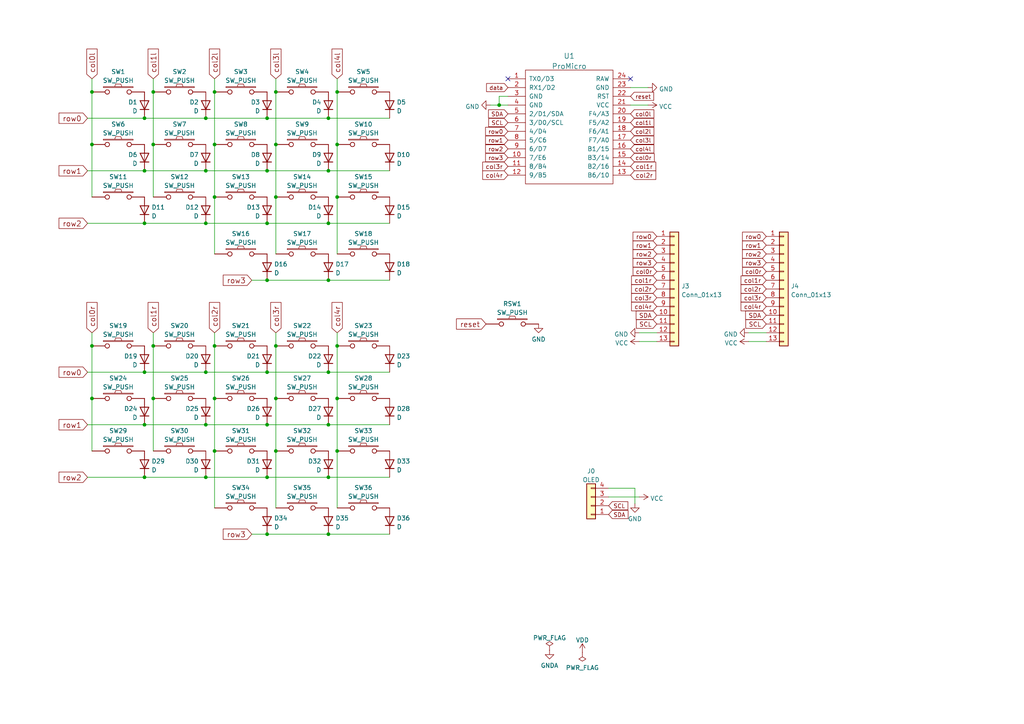
<source format=kicad_sch>
(kicad_sch (version 20211123) (generator eeschema)
  (paper "A4")
  (title_block (title "Unicorne Wired") (date "2022-05-07") (rev "1.0") (company "Namnlos Ergonomic Keyboards") (comment 1 "Jan Lindblom") (comment 2 "jan@namnlos.io"))
  (lib_symbols
    (symbol "Connector_Generic:Conn_01x04" (pin_names (offset 1.016) hide)
      (property "Reference" "J" (at 0 5.08 0))
      (property "Value" "Conn_01x04" (at 0 -7.62 0))
      (symbol "Conn_01x04_1_1"
        (rectangle (start -1.27 -4.953) (end 0 -5.207) (stroke (width 0.1524)))
        (rectangle (start -1.27 -2.413) (end 0 -2.667) (stroke (width 0.1524)))
        (rectangle (start -1.27 0.127) (end 0 -0.127) (stroke (width 0.1524)))
        (rectangle (start -1.27 2.667) (end 0 2.413) (stroke (width 0.1524)))
        (rectangle (start -1.27 3.81) (end 1.27 -6.35) (stroke (width 0.254)) (fill (type background)))
        (pin passive line (at -5.08 2.54 0) (length 3.81) (name "Pin_1") (number "1"))
        (pin passive line (at -5.08 0 0) (length 3.81) (name "Pin_2") (number "2"))
        (pin passive line (at -5.08 -2.54 0) (length 3.81) (name "Pin_3") (number "3"))
        (pin passive line (at -5.08 -5.08 0) (length 3.81) (name "Pin_4") (number "4"))
      )
    )
    (symbol "Connector_Generic:Conn_01x13" (pin_names (offset 1.016) hide)
      (property "Reference" "J" (at 0 17.78 0))
      (property "Value" "Conn_01x13" (at 0 -17.78 0))
      (symbol "Conn_01x13_1_1"
        (rectangle (start -1.27 -15.113) (end 0 -15.367) (stroke (width 0.1524)))
        (rectangle (start -1.27 -12.573) (end 0 -12.827) (stroke (width 0.1524)))
        (rectangle (start -1.27 -10.033) (end 0 -10.287) (stroke (width 0.1524)))
        (rectangle (start -1.27 -7.493) (end 0 -7.747) (stroke (width 0.1524)))
        (rectangle (start -1.27 -4.953) (end 0 -5.207) (stroke (width 0.1524)))
        (rectangle (start -1.27 -2.413) (end 0 -2.667) (stroke (width 0.1524)))
        (rectangle (start -1.27 0.127) (end 0 -0.127) (stroke (width 0.1524)))
        (rectangle (start -1.27 2.667) (end 0 2.413) (stroke (width 0.1524)))
        (rectangle (start -1.27 5.207) (end 0 4.953) (stroke (width 0.1524)))
        (rectangle (start -1.27 7.747) (end 0 7.493) (stroke (width 0.1524)))
        (rectangle (start -1.27 10.287) (end 0 10.033) (stroke (width 0.1524)))
        (rectangle (start -1.27 12.827) (end 0 12.573) (stroke (width 0.1524)))
        (rectangle (start -1.27 15.367) (end 0 15.113) (stroke (width 0.1524)))
        (rectangle (start -1.27 16.51) (end 1.27 -16.51) (stroke (width 0.254)) (fill (type background)))
        (pin passive line (at -5.08 15.24 0) (length 3.81) (name "Pin_1") (number "1"))
        (pin passive line (at -5.08 -7.62 0) (length 3.81) (name "Pin_10") (number "10"))
        (pin passive line (at -5.08 -10.16 0) (length 3.81) (name "Pin_11") (number "11"))
        (pin passive line (at -5.08 -12.7 0) (length 3.81) (name "Pin_12") (number "12"))
        (pin passive line (at -5.08 -15.24 0) (length 3.81) (name "Pin_13") (number "13"))
        (pin passive line (at -5.08 12.7 0) (length 3.81) (name "Pin_2") (number "2"))
        (pin passive line (at -5.08 10.16 0) (length 3.81) (name "Pin_3") (number "3"))
        (pin passive line (at -5.08 7.62 0) (length 3.81) (name "Pin_4") (number "4"))
        (pin passive line (at -5.08 5.08 0) (length 3.81) (name "Pin_5") (number "5"))
        (pin passive line (at -5.08 2.54 0) (length 3.81) (name "Pin_6") (number "6"))
        (pin passive line (at -5.08 0 0) (length 3.81) (name "Pin_7") (number "7"))
        (pin passive line (at -5.08 -2.54 0) (length 3.81) (name "Pin_8") (number "8"))
        (pin passive line (at -5.08 -5.08 0) (length 3.81) (name "Pin_9") (number "9"))
      )
    )
    (symbol "Device:D" (pin_numbers hide) (pin_names (offset 1.016) hide)
      (property "Reference" "D" (at 0 2.54 0))
      (property "Value" "D" (at 0 -2.54 0))
      (symbol "D_0_1"
        (polyline (pts (xy -1.27 1.27) (xy -1.27 -1.27)) (stroke (width 0.254)))
        (polyline (pts (xy 1.27 0) (xy -1.27 0)))
        (polyline (pts (xy 1.27 1.27) (xy 1.27 -1.27) (xy -1.27 0) (xy 1.27 1.27)) (stroke (width 0.254)))
      )
      (symbol "D_1_1"
        (pin passive line (at -3.81 0 0) (length 2.54) (name "K") (number "1"))
        (pin passive line (at 3.81 0 180) (length 2.54) (name "A") (number "2"))
      )
    )
    (symbol "gnd:GND" (power) (pin_names (offset 0))
      (property "Value" "GND" (at 0 -3.81 0))
      (symbol "GND_1_1"
        (polyline (pts (xy 0 0) (xy 0 -1.27) (xy 1.27 -1.27) (xy 0 -2.54) (xy -1.27 -1.27) (xy 0 -1.27)))
        (pin power_in line (at 0 0 0) (length 0) hide (name "GND") (number "1"))
      )
    )
    (symbol "kbd:ProMicro" (pin_names (offset 1.016))
      (property "Reference" "U" (at 0 19.05 0))
      (property "Value" "ProMicro" (at 0 -19.05 0))
      (symbol "ProMicro_0_1"
        (rectangle (start -12.7 16.51) (end 12.7 -16.51))
      )
      (symbol "ProMicro_1_1"
        (pin bidirectional line (at -17.78 13.97 0) (length 5.08) (name "TX0/D3") (number "1"))
        (pin bidirectional line (at -17.78 -8.89 0) (length 5.08) (name "7/E6") (number "10"))
        (pin bidirectional line (at -17.78 -11.43 0) (length 5.08) (name "8/B4") (number "11"))
        (pin bidirectional line (at -17.78 -13.97 0) (length 5.08) (name "9/B5") (number "12"))
        (pin bidirectional line (at 17.78 -13.97 180) (length 5.08) (name "B6/10") (number "13"))
        (pin bidirectional line (at 17.78 -11.43 180) (length 5.08) (name "B2/16") (number "14"))
        (pin bidirectional line (at 17.78 -8.89 180) (length 5.08) (name "B3/14") (number "15"))
        (pin bidirectional line (at 17.78 -6.35 180) (length 5.08) (name "B1/15") (number "16"))
        (pin bidirectional line (at 17.78 -3.81 180) (length 5.08) (name "F7/A0") (number "17"))
        (pin bidirectional line (at 17.78 -1.27 180) (length 5.08) (name "F6/A1") (number "18"))
        (pin bidirectional line (at 17.78 1.27 180) (length 5.08) (name "F5/A2") (number "19"))
        (pin bidirectional line (at -17.78 11.43 0) (length 5.08) (name "RX1/D2") (number "2"))
        (pin bidirectional line (at 17.78 3.81 180) (length 5.08) (name "F4/A3") (number "20"))
        (pin power_in line (at 17.78 6.35 180) (length 5.08) (name "VCC") (number "21"))
        (pin input line (at 17.78 8.89 180) (length 5.08) (name "RST") (number "22"))
        (pin power_in line (at 17.78 11.43 180) (length 5.08) (name "GND") (number "23"))
        (pin power_out line (at 17.78 13.97 180) (length 5.08) (name "RAW") (number "24"))
        (pin power_in line (at -17.78 8.89 0) (length 5.08) (name "GND") (number "3"))
        (pin power_in line (at -17.78 6.35 0) (length 5.08) (name "GND") (number "4"))
        (pin bidirectional line (at -17.78 3.81 0) (length 5.08) (name "2/D1/SDA") (number "5"))
        (pin bidirectional line (at -17.78 1.27 0) (length 5.08) (name "3/D0/SCL") (number "6"))
        (pin bidirectional line (at -17.78 -1.27 0) (length 5.08) (name "4/D4") (number "7"))
        (pin bidirectional line (at -17.78 -3.81 0) (length 5.08) (name "5/C6") (number "8"))
        (pin bidirectional line (at -17.78 -6.35 0) (length 5.08) (name "6/D7") (number "9"))
      )
    )
    (symbol "kbd:SW_PUSH" (pin_numbers hide) (pin_names (offset 1.016) hide)
      (property "Reference" "SW" (at 3.81 2.794 0))
      (property "Value" "SW_PUSH" (at 0 -2.032 0))
      (symbol "SW_PUSH_0_1"
        (rectangle (start -4.318 1.27) (end 4.318 1.524))
        (polyline (pts (xy -1.016 1.524) (xy -0.762 2.286) (xy 0.762 2.286) (xy 1.016 1.524)))
        (pin passive inverted (at -7.62 0 0) (length 5.08) (name "1") (number "1"))
        (pin passive inverted (at 7.62 0 180) (length 5.08) (name "2") (number "2"))
      )
    )
    (symbol "power:GND" (power) (pin_names (offset 0))
      (property "Value" "GND" (at 0 -3.81 0))
      (symbol "GND_0_1"
        (polyline (pts (xy 0 0) (xy 0 -1.27) (xy 1.27 -1.27) (xy 0 -2.54) (xy -1.27 -1.27) (xy 0 -1.27)))
      )
      (symbol "GND_1_1"
        (pin power_in line (at 0 0 270) (length 0) hide (name "GND") (number "1"))
      )
    )
    (symbol "power:GNDA" (power) (pin_names (offset 0))
      (property "Value" "GNDA" (at 0 -3.81 0))
      (symbol "GNDA_0_1"
        (polyline (pts (xy 0 0) (xy 0 -1.27) (xy 1.27 -1.27) (xy 0 -2.54) (xy -1.27 -1.27) (xy 0 -1.27)))
      )
      (symbol "GNDA_1_1"
        (pin power_in line (at 0 0 270) (length 0) hide (name "GNDA") (number "1"))
      )
    )
    (symbol "power:PWR_FLAG" (power) (pin_numbers hide) (pin_names (offset 0) hide)
      (property "Value" "PWR_FLAG" (at 0 3.81 0))
      (symbol "PWR_FLAG_0_0"
        (pin power_out line (at 0 0 90) (length 0) (name "pwr") (number "1"))
      )
      (symbol "PWR_FLAG_0_1"
        (polyline (pts (xy 0 0) (xy 0 1.27) (xy -1.016 1.905) (xy 0 2.54) (xy 1.016 1.905) (xy 0 1.27)))
      )
    )
    (symbol "power:VCC" (power) (pin_names (offset 0))
      (property "Value" "VCC" (at 0 3.81 0))
      (symbol "VCC_0_1"
        (polyline (pts (xy -0.762 1.27) (xy 0 2.54)))
        (polyline (pts (xy 0 0) (xy 0 2.54)))
        (polyline (pts (xy 0 2.54) (xy 0.762 1.27)))
      )
      (symbol "VCC_1_1"
        (pin power_in line (at 0 0 90) (length 0) hide (name "VCC") (number "1"))
      )
    )
    (symbol "power:VDD" (power) (pin_names (offset 0))
      (property "Value" "VDD" (at 0 3.81 0))
      (symbol "VDD_0_1"
        (polyline (pts (xy -0.762 1.27) (xy 0 2.54)))
        (polyline (pts (xy 0 0) (xy 0 2.54)))
        (polyline (pts (xy 0 2.54) (xy 0.762 1.27)))
      )
      (symbol "VDD_1_1"
        (pin power_in line (at 0 0 90) (length 0) hide (name "VDD") (number "1"))
      )
    )
  )
  (junction (at 77.47 107.95))
  (junction (at 26.67 41.91))
  (junction (at 59.69 34.29))
  (junction (at 62.23 130.81))
  (junction (at 62.23 115.57))
  (junction (at 77.47 49.53))
  (junction (at 77.47 138.43))
  (junction (at 95.25 107.95))
  (junction (at 59.69 49.53))
  (junction (at 26.67 26.67))
  (junction (at 95.25 34.29))
  (junction (at 77.47 34.29))
  (junction (at 44.45 100.33))
  (junction (at 41.91 123.19))
  (junction (at 97.79 115.57))
  (junction (at 62.23 41.91))
  (junction (at 41.91 138.43))
  (junction (at 41.91 49.53))
  (junction (at 26.67 115.57))
  (junction (at 59.69 123.19))
  (junction (at 77.47 64.77))
  (junction (at 95.25 154.94))
  (junction (at 59.69 64.77))
  (junction (at 144.78 30.48))
  (junction (at 80.01 115.57))
  (junction (at 95.25 123.19))
  (junction (at 59.69 107.95))
  (junction (at 80.01 26.67))
  (junction (at 44.45 41.91))
  (junction (at 97.79 100.33))
  (junction (at 41.91 107.95))
  (junction (at 62.23 57.15))
  (junction (at 62.23 100.33))
  (junction (at 44.45 26.67))
  (junction (at 59.69 138.43))
  (junction (at 80.01 130.81))
  (junction (at 41.91 64.77))
  (junction (at 62.23 26.67))
  (junction (at 97.79 41.91))
  (junction (at 97.79 26.67))
  (junction (at 95.25 49.53))
  (junction (at 77.47 81.28))
  (junction (at 80.01 41.91))
  (junction (at 77.47 123.19))
  (junction (at 97.79 57.15))
  (junction (at 95.25 81.28))
  (junction (at 44.45 115.57))
  (junction (at 95.25 138.43))
  (junction (at 26.67 100.33))
  (junction (at 77.47 154.94))
  (junction (at 80.01 100.33))
  (junction (at 80.01 57.15))
  (junction (at 97.79 130.81))
  (junction (at 41.91 34.29))
  (junction (at 95.25 64.77))
  (no_connect (at 147.32 22.86))
  (no_connect (at 6.35 -20.955))
  (no_connect (at 182.88 22.86))
  (wire (pts (xy 25.4 34.29) (xy 41.91 34.29)))
  (wire (pts (xy 44.45 22.86) (xy 44.45 26.67)))
  (wire (pts (xy 80.01 115.57) (xy 80.01 130.81)))
  (wire (pts (xy 95.25 64.77) (xy 113.03 64.77)))
  (wire (pts (xy 59.69 64.77) (xy 77.47 64.77)))
  (wire (pts (xy 44.45 115.57) (xy 44.45 130.81)))
  (wire (pts (xy 95.25 34.29) (xy 113.03 34.29)))
  (wire (pts (xy 80.01 41.91) (xy 80.01 57.15)))
  (wire (pts (xy 77.47 123.19) (xy 95.25 123.19)))
  (wire (pts (xy 182.88 25.4) (xy 187.96 25.4)))
  (wire (pts (xy 41.91 107.95) (xy 59.69 107.95)))
  (wire (pts (xy 26.67 22.86) (xy 26.67 26.67)))
  (wire (pts (xy 95.25 123.19) (xy 113.03 123.19)))
  (wire (pts (xy 62.23 57.15) (xy 62.23 73.66)))
  (wire (pts (xy 59.69 34.29) (xy 77.47 34.29)))
  (wire (pts (xy 95.25 154.94) (xy 113.03 154.94)))
  (wire (pts (xy 59.69 107.95) (xy 77.47 107.95)))
  (wire (pts (xy 97.79 26.67) (xy 97.79 41.91)))
  (wire (pts (xy 62.23 100.33) (xy 62.23 115.57)))
  (wire (pts (xy 73.025 154.94) (xy 77.47 154.94)))
  (wire (pts (xy 25.4 107.95) (xy 41.91 107.95)))
  (wire (pts (xy 144.78 27.94) (xy 144.78 30.48)))
  (wire (pts (xy 80.01 26.67) (xy 80.01 41.91)))
  (wire (pts (xy 62.23 26.67) (xy 62.23 41.91)))
  (wire (pts (xy 41.91 123.19) (xy 59.69 123.19)))
  (wire (pts (xy 26.67 100.33) (xy 26.67 115.57)))
  (wire (pts (xy 73.025 81.28) (xy 77.47 81.28)))
  (wire (pts (xy 26.67 41.91) (xy 26.67 57.15)))
  (wire (pts (xy 77.47 138.43) (xy 95.25 138.43)))
  (wire (pts (xy 97.79 115.57) (xy 97.79 130.81)))
  (wire (pts (xy 26.67 115.57) (xy 26.67 130.81)))
  (wire (pts (xy 26.67 26.67) (xy 26.67 41.91)))
  (wire (pts (xy 184.15 141.605) (xy 176.53 141.605)))
  (wire (pts (xy 77.47 49.53) (xy 95.25 49.53)))
  (wire (pts (xy 59.69 138.43) (xy 77.47 138.43)))
  (wire (pts (xy 97.79 100.33) (xy 97.79 115.57)))
  (wire (pts (xy 182.88 30.48) (xy 187.96 30.48)))
  (wire (pts (xy 77.47 64.77) (xy 95.25 64.77)))
  (wire (pts (xy 25.4 49.53) (xy 41.91 49.53)))
  (wire (pts (xy 77.47 154.94) (xy 95.25 154.94)))
  (wire (pts (xy 62.23 130.81) (xy 62.23 147.32)))
  (wire (pts (xy 97.79 96.52) (xy 97.79 100.33)))
  (wire (pts (xy 144.78 30.48) (xy 147.32 30.48)))
  (wire (pts (xy 142.24 30.48) (xy 144.78 30.48)))
  (wire (pts (xy 26.67 96.52) (xy 26.67 100.33)))
  (wire (pts (xy 80.01 130.81) (xy 80.01 147.32)))
  (wire (pts (xy 62.23 115.57) (xy 62.23 130.81)))
  (wire (pts (xy 95.25 107.95) (xy 113.03 107.95)))
  (wire (pts (xy 95.25 138.43) (xy 113.03 138.43)))
  (wire (pts (xy 59.69 123.19) (xy 77.47 123.19)))
  (wire (pts (xy 25.4 123.19) (xy 41.91 123.19)))
  (wire (pts (xy 80.01 100.33) (xy 80.01 115.57)))
  (wire (pts (xy 41.91 64.77) (xy 59.69 64.77)))
  (wire (pts (xy 185.42 96.52) (xy 190.5 96.52)))
  (wire (pts (xy 62.23 22.86) (xy 62.23 26.67)))
  (wire (pts (xy 44.45 41.91) (xy 44.45 57.15)))
  (wire (pts (xy 97.79 130.81) (xy 97.79 147.32)))
  (wire (pts (xy 217.17 96.52) (xy 222.25 96.52)))
  (wire (pts (xy 77.47 107.95) (xy 95.25 107.95)))
  (wire (pts (xy 217.17 99.06) (xy 222.25 99.06)))
  (wire (pts (xy 25.4 64.77) (xy 41.91 64.77)))
  (wire (pts (xy 41.91 49.53) (xy 59.69 49.53)))
  (wire (pts (xy 80.01 57.15) (xy 80.01 73.66)))
  (wire (pts (xy 80.01 96.52) (xy 80.01 100.33)))
  (wire (pts (xy 77.47 81.28) (xy 95.25 81.28)))
  (wire (pts (xy 44.45 96.52) (xy 44.45 100.33)))
  (wire (pts (xy 62.23 41.91) (xy 62.23 57.15)))
  (wire (pts (xy 80.01 22.86) (xy 80.01 26.67)))
  (wire (pts (xy 185.42 99.06) (xy 190.5 99.06)))
  (wire (pts (xy 97.79 22.86) (xy 97.79 26.67)))
  (wire (pts (xy 97.79 57.15) (xy 97.79 73.66)))
  (wire (pts (xy 62.23 96.52) (xy 62.23 100.33)))
  (wire (pts (xy 25.4 138.43) (xy 41.91 138.43)))
  (wire (pts (xy 95.25 49.53) (xy 113.03 49.53)))
  (wire (pts (xy 44.45 100.33) (xy 44.45 115.57)))
  (wire (pts (xy 41.91 34.29) (xy 59.69 34.29)))
  (wire (pts (xy 41.91 138.43) (xy 59.69 138.43)))
  (wire (pts (xy 176.53 144.145) (xy 185.42 144.145)))
  (wire (pts (xy 184.15 146.05) (xy 184.15 141.605)))
  (wire (pts (xy 95.25 81.28) (xy 113.03 81.28)))
  (wire (pts (xy 44.45 26.67) (xy 44.45 41.91)))
  (wire (pts (xy 147.32 27.94) (xy 144.78 27.94)))
  (wire (pts (xy 97.79 41.91) (xy 97.79 57.15)))
  (wire (pts (xy 59.69 49.53) (xy 77.47 49.53)))
  (wire (pts (xy 77.47 34.29) (xy 95.25 34.29)))
  (global_label "row0" (shape input) (at 25.4 34.29 180) (effects (font (size 1.524 1.524))) (property "Intersheet References" "${INTERSHEET_REFS}" (effects hide)))
  (global_label "row2" (shape input) (at 25.4 138.43 180) (effects (font (size 1.524 1.524))) (property "Intersheet References" "${INTERSHEET_REFS}" (effects hide)))
  (global_label "col4l" (shape input) (at 97.79 22.86 90) (effects (font (size 1.524 1.524))) (property "Intersheet References" "${INTERSHEET_REFS}" (effects hide)))
  (global_label "col4l" (shape input) (at 182.88 43.18 0) (effects (font (size 1.1938 1.1938))) (property "Intersheet References" "${INTERSHEET_REFS}" (effects hide)))
  (global_label "col2r" (shape input) (at 182.88 50.8 0) (property "Intersheet References" "${INTERSHEET_REFS}" (effects hide)))
  (global_label "col0l" (shape input) (at 26.67 22.86 90) (effects (font (size 1.524 1.524))) (property "Intersheet References" "${INTERSHEET_REFS}" (effects hide)))
  (global_label "col2r" (shape input) (at 222.25 83.82 180) (property "Intersheet References" "${INTERSHEET_REFS}" (effects hide)))
  (global_label "row0" (shape input) (at 222.25 68.58 180) (property "Intersheet References" "${INTERSHEET_REFS}" (effects hide)))
  (global_label "col1l" (shape input) (at 44.45 22.86 90) (effects (font (size 1.524 1.524))) (property "Intersheet References" "${INTERSHEET_REFS}" (effects hide)))
  (global_label "col1r" (shape input) (at 182.88 48.26 0) (property "Intersheet References" "${INTERSHEET_REFS}" (effects hide)))
  (global_label "row1" (shape input) (at 190.5 71.12 180) (property "Intersheet References" "${INTERSHEET_REFS}" (effects hide)))
  (global_label "data" (shape input) (at 147.32 25.4 180) (effects (font (size 1.1938 1.1938))) (property "Intersheet References" "${INTERSHEET_REFS}" (effects hide)))
  (global_label "row0" (shape input) (at 25.4 107.95 180) (effects (font (size 1.524 1.524))) (property "Intersheet References" "${INTERSHEET_REFS}" (effects hide)))
  (global_label "row1" (shape input) (at 25.4 49.53 180) (effects (font (size 1.524 1.524))) (property "Intersheet References" "${INTERSHEET_REFS}" (effects hide)))
  (global_label "row2" (shape input) (at 190.5 73.66 180) (property "Intersheet References" "${INTERSHEET_REFS}" (effects hide)))
  (global_label "col4r" (shape input) (at 222.25 88.9 180) (property "Intersheet References" "${INTERSHEET_REFS}" (effects hide)))
  (global_label "SCL" (shape input) (at 222.25 93.98 180) (property "Intersheet References" "${INTERSHEET_REFS}" (effects hide)))
  (global_label "col3r" (shape input) (at 147.32 48.26 180) (property "Intersheet References" "${INTERSHEET_REFS}" (effects hide)))
  (global_label "col1l" (shape input) (at 182.88 35.56 0) (effects (font (size 1.1938 1.1938))) (property "Intersheet References" "${INTERSHEET_REFS}" (effects hide)))
  (global_label "col0r" (shape input) (at 26.67 96.52 90) (effects (font (size 1.524 1.524))) (property "Intersheet References" "${INTERSHEET_REFS}" (effects hide)))
  (global_label "row2" (shape input) (at 25.4 64.77 180) (effects (font (size 1.524 1.524))) (property "Intersheet References" "${INTERSHEET_REFS}" (effects hide)))
  (global_label "col0r" (shape input) (at 222.25 78.74 180) (effects (font (size 1.1938 1.1938))) (property "Intersheet References" "${INTERSHEET_REFS}" (effects hide)))
  (global_label "row0" (shape input) (at 147.32 38.1 180) (effects (font (size 1.1938 1.1938))) (property "Intersheet References" "${INTERSHEET_REFS}" (effects hide)))
  (global_label "row0" (shape input) (at 190.5 68.58 180) (property "Intersheet References" "${INTERSHEET_REFS}" (effects hide)))
  (global_label "SDA" (shape input) (at 190.5 91.44 180) (property "Intersheet References" "${INTERSHEET_REFS}" (effects hide)))
  (global_label "row3" (shape input) (at 73.025 154.94 180) (effects (font (size 1.524 1.524))) (property "Intersheet References" "${INTERSHEET_REFS}" (effects hide)))
  (global_label "col4r" (shape input) (at 97.79 96.52 90) (effects (font (size 1.524 1.524))) (property "Intersheet References" "${INTERSHEET_REFS}" (effects hide)))
  (global_label "col1r" (shape input) (at 222.25 81.28 180) (property "Intersheet References" "${INTERSHEET_REFS}" (effects hide)))
  (global_label "col3r" (shape input) (at 222.25 86.36 180) (property "Intersheet References" "${INTERSHEET_REFS}" (effects hide)))
  (global_label "col2l" (shape input) (at 62.23 22.86 90) (effects (font (size 1.524 1.524))) (property "Intersheet References" "${INTERSHEET_REFS}" (effects hide)))
  (global_label "col3r" (shape input) (at 190.5 86.36 180) (property "Intersheet References" "${INTERSHEET_REFS}" (effects hide)))
  (global_label "SCL" (shape input) (at 147.32 35.56 180) (effects (font (size 1.1938 1.1938))) (property "Intersheet References" "${INTERSHEET_REFS}" (effects hide)))
  (global_label "row1" (shape input) (at 147.32 40.64 180) (effects (font (size 1.1938 1.1938))) (property "Intersheet References" "${INTERSHEET_REFS}" (effects hide)))
  (global_label "row1" (shape input) (at 25.4 123.19 180) (effects (font (size 1.524 1.524))) (property "Intersheet References" "${INTERSHEET_REFS}" (effects hide)))
  (global_label "row3" (shape input) (at 147.32 45.72 180) (effects (font (size 1.1938 1.1938))) (property "Intersheet References" "${INTERSHEET_REFS}" (effects hide)))
  (global_label "reset" (shape input) (at 140.97 93.98 180) (effects (font (size 1.524 1.524))) (property "Intersheet References" "${INTERSHEET_REFS}" (effects hide)))
  (global_label "row3" (shape input) (at 222.25 76.2 180) (property "Intersheet References" "${INTERSHEET_REFS}" (effects hide)))
  (global_label "col4r" (shape input) (at 190.5 88.9 180) (property "Intersheet References" "${INTERSHEET_REFS}" (effects hide)))
  (global_label "row2" (shape input) (at 147.32 43.18 180) (effects (font (size 1.1938 1.1938))) (property "Intersheet References" "${INTERSHEET_REFS}" (effects hide)))
  (global_label "col3l" (shape input) (at 80.01 22.86 90) (effects (font (size 1.524 1.524))) (property "Intersheet References" "${INTERSHEET_REFS}" (effects hide)))
  (global_label "col2r" (shape input) (at 62.23 96.52 90) (effects (font (size 1.524 1.524))) (property "Intersheet References" "${INTERSHEET_REFS}" (effects hide)))
  (global_label "SCL" (shape input) (at 190.5 93.98 180) (property "Intersheet References" "${INTERSHEET_REFS}" (effects hide)))
  (global_label "col0r" (shape input) (at 190.5 78.74 180) (effects (font (size 1.1938 1.1938))) (property "Intersheet References" "${INTERSHEET_REFS}" (effects hide)))
  (global_label "reset" (shape input) (at 182.88 27.94 0) (effects (font (size 1.1938 1.1938))) (property "Intersheet References" "${INTERSHEET_REFS}" (effects hide)))
  (global_label "col2l" (shape input) (at 182.88 38.1 0) (effects (font (size 1.1938 1.1938))) (property "Intersheet References" "${INTERSHEET_REFS}" (effects hide)))
  (global_label "SDA" (shape input) (at 222.25 91.44 180) (property "Intersheet References" "${INTERSHEET_REFS}" (effects hide)))
  (global_label "col3l" (shape input) (at 182.88 40.64 0) (effects (font (size 1.1938 1.1938))) (property "Intersheet References" "${INTERSHEET_REFS}" (effects hide)))
  (global_label "row2" (shape input) (at 222.25 73.66 180) (property "Intersheet References" "${INTERSHEET_REFS}" (effects hide)))
  (global_label "col1r" (shape input) (at 44.45 96.52 90) (effects (font (size 1.524 1.524))) (property "Intersheet References" "${INTERSHEET_REFS}" (effects hide)))
  (global_label "row3" (shape input) (at 73.025 81.28 180) (effects (font (size 1.524 1.524))) (property "Intersheet References" "${INTERSHEET_REFS}" (effects hide)))
  (global_label "SDA" (shape input) (at 147.32 33.02 180) (effects (font (size 1.1938 1.1938))) (property "Intersheet References" "${INTERSHEET_REFS}" (effects hide)))
  (global_label "col1r" (shape input) (at 190.5 81.28 180) (property "Intersheet References" "${INTERSHEET_REFS}" (effects hide)))
  (global_label "row1" (shape input) (at 222.25 71.12 180) (property "Intersheet References" "${INTERSHEET_REFS}" (effects hide)))
  (global_label "col0l" (shape input) (at 182.88 33.02 0) (effects (font (size 1.1938 1.1938))) (property "Intersheet References" "${INTERSHEET_REFS}" (effects hide)))
  (global_label "row3" (shape input) (at 190.5 76.2 180) (property "Intersheet References" "${INTERSHEET_REFS}" (effects hide)))
  (global_label "SDA" (shape input) (at 176.53 149.225 0) (effects (font (size 1.1938 1.1938))) (property "Intersheet References" "${INTERSHEET_REFS}" (effects hide)))
  (global_label "col4r" (shape input) (at 147.32 50.8 180) (property "Intersheet References" "${INTERSHEET_REFS}" (effects hide)))
  (global_label "col0r" (shape input) (at 182.88 45.72 0) (effects (font (size 1.1938 1.1938))) (property "Intersheet References" "${INTERSHEET_REFS}" (effects hide)))
  (global_label "SCL" (shape input) (at 176.53 146.685 0) (effects (font (size 1.1938 1.1938))) (property "Intersheet References" "${INTERSHEET_REFS}" (effects hide)))
  (global_label "col3r" (shape input) (at 80.01 96.52 90) (effects (font (size 1.524 1.524))) (property "Intersheet References" "${INTERSHEET_REFS}" (effects hide)))
  (global_label "col2r" (shape input) (at 190.5 83.82 180) (property "Intersheet References" "${INTERSHEET_REFS}" (effects hide)))
  (symbol (lib_id "kbd:ProMicro") (at 165.1 36.83 0) (unit 1)
    (property "Reference" "U1" (at 165.1 16.2359 0) (effects (font (size 1.524 1.524))))
    (property "Value" "ProMicro" (at 165.1 19.2293 0) (effects (font (size 1.524 1.524))))
    (property "Footprint" "kbd:ProMicro_v3" (effects hide))
  )
  (symbol (lib_id "kbd:SW_PUSH") (at 52.07 26.67 0) (unit 1)
    (property "Reference" "SW2" (at 52.07 20.8112 0))
    (property "Value" "SW_PUSH" (at 52.07 23.3481 0))
    (property "Footprint" "kbd:keyswitch_cherrymx_alps_choc12_1u" (effects hide))
  )
  (symbol (lib_id "Device:D") (at 59.69 30.48 90) (unit 1)
    (property "Reference" "D2" (at 57.6581 29.6453 90) (effects (justify left)))
    (property "Value" "D" (at 57.6581 32.1822 90) (effects (justify left)))
    (property "Footprint" "kbd:D3_TH" (effects hide))
  )
  (symbol (lib_id "kbd:SW_PUSH") (at 69.85 26.67 0) (unit 1)
    (property "Reference" "SW3" (at 69.85 20.8112 0))
    (property "Value" "SW_PUSH" (at 69.85 23.3481 0))
    (property "Footprint" "kbd:keyswitch_cherrymx_alps_choc12_1u" (effects hide))
  )
  (symbol (lib_id "Device:D") (at 77.47 30.48 90) (unit 1)
    (property "Reference" "D3" (at 75.4381 29.6453 90) (effects (justify left)))
    (property "Value" "D" (at 75.4381 32.1822 90) (effects (justify left)))
    (property "Footprint" "kbd:D3_TH" (effects hide))
  )
  (symbol (lib_id "kbd:SW_PUSH") (at 87.63 26.67 0) (unit 1)
    (property "Reference" "SW4" (at 87.63 20.8112 0))
    (property "Value" "SW_PUSH" (at 87.63 23.3481 0))
    (property "Footprint" "kbd:keyswitch_cherrymx_alps_choc12_1u" (effects hide))
  )
  (symbol (lib_id "kbd:SW_PUSH") (at 105.41 26.67 0) (unit 1)
    (property "Reference" "SW5" (at 105.41 20.8112 0))
    (property "Value" "SW_PUSH" (at 105.41 23.3481 0))
    (property "Footprint" "kbd:keyswitch_cherrymx_alps_choc12_1u" (effects hide))
  )
  (symbol (lib_id "Device:D") (at 95.25 30.48 90) (unit 1)
    (property "Reference" "D4" (at 93.2181 29.6453 90) (effects (justify left)))
    (property "Value" "D" (at 93.2181 32.1822 90) (effects (justify left)))
    (property "Footprint" "kbd:D3_TH" (effects hide))
  )
  (symbol (lib_id "Device:D") (at 113.03 30.48 90) (unit 1)
    (property "Reference" "D5" (at 115.062 29.6453 90) (effects (justify right)))
    (property "Value" "D" (at 115.062 32.1822 90) (effects (justify right)))
    (property "Footprint" "kbd:D3_TH" (effects hide))
  )
  (symbol (lib_id "kbd:SW_PUSH") (at 34.29 26.67 0) (unit 1)
    (property "Reference" "SW1" (at 34.29 20.8112 0))
    (property "Value" "SW_PUSH" (at 34.29 23.3481 0))
    (property "Footprint" "kbd:keyswitch_cherrymx_alps_choc12_1u" (effects hide))
  )
  (symbol (lib_id "Device:D") (at 41.91 30.48 90) (unit 1)
    (property "Reference" "D1" (at 39.8781 29.6453 90) (effects (justify left)))
    (property "Value" "D" (at 39.8781 32.1822 90) (effects (justify left)))
    (property "Footprint" "kbd:D3_TH" (effects hide))
  )
  (symbol (lib_id "kbd:SW_PUSH") (at 52.07 41.91 0) (unit 1)
    (property "Reference" "SW7" (at 52.07 36.0512 0))
    (property "Value" "SW_PUSH" (at 52.07 38.5881 0))
    (property "Footprint" "kbd:keyswitch_cherrymx_alps_choc12_1u" (effects hide))
  )
  (symbol (lib_id "Device:D") (at 59.69 45.72 90) (unit 1)
    (property "Reference" "D7" (at 57.6581 44.8853 90) (effects (justify left)))
    (property "Value" "D" (at 57.6581 47.4222 90) (effects (justify left)))
    (property "Footprint" "kbd:D3_TH" (effects hide))
  )
  (symbol (lib_id "kbd:SW_PUSH") (at 69.85 41.91 0) (unit 1)
    (property "Reference" "SW8" (at 69.85 36.0512 0))
    (property "Value" "SW_PUSH" (at 69.85 38.5881 0))
    (property "Footprint" "kbd:keyswitch_cherrymx_alps_choc12_1u" (effects hide))
  )
  (symbol (lib_id "Device:D") (at 77.47 45.72 90) (unit 1)
    (property "Reference" "D8" (at 75.4381 44.8853 90) (effects (justify left)))
    (property "Value" "D" (at 75.4381 47.4222 90) (effects (justify left)))
    (property "Footprint" "kbd:D3_TH" (effects hide))
  )
  (symbol (lib_id "kbd:SW_PUSH") (at 87.63 41.91 0) (unit 1)
    (property "Reference" "SW9" (at 87.63 36.0512 0))
    (property "Value" "SW_PUSH" (at 87.63 38.5881 0))
    (property "Footprint" "kbd:keyswitch_cherrymx_alps_choc12_1u" (effects hide))
  )
  (symbol (lib_id "kbd:SW_PUSH") (at 105.41 41.91 0) (unit 1)
    (property "Reference" "SW10" (at 105.41 36.0512 0))
    (property "Value" "SW_PUSH" (at 105.41 38.5881 0))
    (property "Footprint" "kbd:keyswitch_cherrymx_alps_choc12_1u" (effects hide))
  )
  (symbol (lib_id "Device:D") (at 95.25 45.72 90) (unit 1)
    (property "Reference" "D9" (at 93.2181 44.8853 90) (effects (justify left)))
    (property "Value" "D" (at 93.2181 47.4222 90) (effects (justify left)))
    (property "Footprint" "kbd:D3_TH" (effects hide))
  )
  (symbol (lib_id "Device:D") (at 113.03 45.72 90) (unit 1)
    (property "Reference" "D10" (at 115.062 44.8853 90) (effects (justify right)))
    (property "Value" "D" (at 115.062 47.4222 90) (effects (justify right)))
    (property "Footprint" "kbd:D3_TH" (effects hide))
  )
  (symbol (lib_id "kbd:SW_PUSH") (at 34.29 41.91 0) (unit 1)
    (property "Reference" "SW6" (at 34.29 36.0512 0))
    (property "Value" "SW_PUSH" (at 34.29 38.5881 0))
    (property "Footprint" "kbd:keyswitch_cherrymx_alps_choc12_1u" (effects hide))
  )
  (symbol (lib_id "Device:D") (at 41.91 45.72 90) (unit 1)
    (property "Reference" "D6" (at 39.8781 44.8853 90) (effects (justify left)))
    (property "Value" "D" (at 39.8781 47.4222 90) (effects (justify left)))
    (property "Footprint" "kbd:D3_TH" (effects hide))
  )
  (symbol (lib_id "kbd:SW_PUSH") (at 52.07 57.15 0) (unit 1)
    (property "Reference" "SW12" (at 52.07 51.2912 0))
    (property "Value" "SW_PUSH" (at 52.07 53.8281 0))
    (property "Footprint" "kbd:keyswitch_cherrymx_alps_choc12_1u" (effects hide))
  )
  (symbol (lib_id "Device:D") (at 59.69 60.96 90) (unit 1)
    (property "Reference" "D12" (at 57.658 60.1253 90) (effects (justify left)))
    (property "Value" "D" (at 57.658 62.6622 90) (effects (justify left)))
    (property "Footprint" "kbd:D3_TH" (effects hide))
  )
  (symbol (lib_id "kbd:SW_PUSH") (at 69.85 57.15 0) (unit 1)
    (property "Reference" "SW13" (at 69.85 51.2912 0))
    (property "Value" "SW_PUSH" (at 69.85 53.8281 0))
    (property "Footprint" "kbd:keyswitch_cherrymx_alps_choc12_1u" (effects hide))
  )
  (symbol (lib_id "Device:D") (at 77.47 60.96 90) (unit 1)
    (property "Reference" "D13" (at 75.438 60.1253 90) (effects (justify left)))
    (property "Value" "D" (at 75.438 62.6622 90) (effects (justify left)))
    (property "Footprint" "kbd:D3_TH" (effects hide))
  )
  (symbol (lib_id "kbd:SW_PUSH") (at 87.63 57.15 0) (unit 1)
    (property "Reference" "SW14" (at 87.63 51.2912 0))
    (property "Value" "SW_PUSH" (at 87.63 53.8281 0))
    (property "Footprint" "kbd:keyswitch_cherrymx_alps_choc12_1u" (effects hide))
  )
  (symbol (lib_id "kbd:SW_PUSH") (at 105.41 57.15 0) (unit 1)
    (property "Reference" "SW15" (at 105.41 51.2912 0))
    (property "Value" "SW_PUSH" (at 105.41 53.8281 0))
    (property "Footprint" "kbd:keyswitch_cherrymx_alps_choc12_1u" (effects hide))
  )
  (symbol (lib_id "Device:D") (at 95.25 60.96 90) (unit 1)
    (property "Reference" "D14" (at 93.218 60.1253 90) (effects (justify left)))
    (property "Value" "D" (at 93.218 62.6622 90) (effects (justify left)))
    (property "Footprint" "kbd:D3_TH" (effects hide))
  )
  (symbol (lib_id "Device:D") (at 113.03 60.96 90) (unit 1)
    (property "Reference" "D15" (at 115.062 60.1253 90) (effects (justify right)))
    (property "Value" "D" (at 115.062 62.6622 90) (effects (justify right)))
    (property "Footprint" "kbd:D3_TH" (effects hide))
  )
  (symbol (lib_id "kbd:SW_PUSH") (at 34.29 57.15 0) (unit 1)
    (property "Reference" "SW11" (at 34.29 51.2912 0))
    (property "Value" "SW_PUSH" (at 34.29 53.8281 0))
    (property "Footprint" "kbd:keyswitch_cherrymx_alps_choc12_1u" (effects hide))
  )
  (symbol (lib_id "Device:D") (at 41.91 60.96 90) (unit 1)
    (property "Reference" "D11" (at 43.942 60.1253 90) (effects (justify right)))
    (property "Value" "D" (at 43.942 62.6622 90) (effects (justify right)))
    (property "Footprint" "kbd:D3_TH" (effects hide))
  )
  (symbol (lib_id "kbd:SW_PUSH") (at 87.63 73.66 0) (unit 1)
    (property "Reference" "SW17" (at 87.63 67.8012 0))
    (property "Value" "SW_PUSH" (at 87.63 70.3381 0))
    (property "Footprint" "kbd:keyswitch_cherrymx_alps_choc12_1u" (effects hide))
  )
  (symbol (lib_id "Device:D") (at 95.25 77.47 90) (unit 1)
    (property "Reference" "D17" (at 97.282 76.6353 90) (effects (justify right)))
    (property "Value" "D" (at 97.282 79.1722 90) (effects (justify right)))
    (property "Footprint" "kbd:D3_TH" (effects hide))
  )
  (symbol (lib_id "kbd:SW_PUSH") (at 105.41 73.66 0) (unit 1)
    (property "Reference" "SW18" (at 105.41 67.8012 0))
    (property "Value" "SW_PUSH" (at 105.41 70.3381 0))
    (property "Footprint" "kbd:keyswitch_cherrymx_alps_choc12_1.5u" (effects hide))
  )
  (symbol (lib_id "Device:D") (at 113.03 77.47 90) (unit 1)
    (property "Reference" "D18" (at 115.062 76.6353 90) (effects (justify right)))
    (property "Value" "D" (at 115.062 79.1722 90) (effects (justify right)))
    (property "Footprint" "kbd:D3_TH" (effects hide))
  )
  (symbol (lib_id "kbd:SW_PUSH") (at 69.85 73.66 0) (unit 1)
    (property "Reference" "SW16" (at 69.85 67.8012 0))
    (property "Value" "SW_PUSH" (at 69.85 70.3381 0))
    (property "Footprint" "kbd:keyswitch_cherrymx_alps_choc12_1u" (effects hide))
  )
  (symbol (lib_id "Device:D") (at 77.47 77.47 90) (unit 1)
    (property "Reference" "D16" (at 79.502 76.6353 90) (effects (justify right)))
    (property "Value" "D" (at 79.502 79.1722 90) (effects (justify right)))
    (property "Footprint" "kbd:D3_TH" (effects hide))
  )
  (symbol (lib_id "power:GND") (at 187.96 25.4 90) (unit 1)
    (property "Reference" "#PWR03" (effects hide))
    (property "Value" "GND" (at 191.135 25.8338 90) (effects (justify right)))
  )
  (symbol (lib_id "power:VCC") (at 187.96 30.48 270) (unit 1)
    (property "Reference" "#PWR05" (effects hide))
    (property "Value" "VCC" (at 191.135 30.9138 90) (effects (justify left)))
  )
  (symbol (lib_id "power:GND") (at 142.24 30.48 270) (unit 1)
    (property "Reference" "#PWR04" (effects hide))
    (property "Value" "GND" (at 139.0651 30.9138 90) (effects (justify right)))
  )
  (symbol (lib_id "kbd:SW_PUSH") (at 148.59 93.98 0) (unit 1)
    (property "Reference" "RSW1" (at 148.59 88.1212 0))
    (property "Value" "SW_PUSH" (at 148.59 90.6581 0))
    (property "Footprint" "kbd:ResetSW_1side" (effects hide))
  )
  (symbol (lib_id "power:GND") (at 156.21 93.98 0) (unit 1)
    (property "Reference" "#PWR07" (effects hide))
    (property "Value" "GND" (at 156.21 98.4234 0))
  )
  (symbol (lib_id "Connector_Generic:Conn_01x04") (at 171.45 146.685 180) (unit 1)
    (property "Reference" "J0" (at 171.45 136.6352 0))
    (property "Value" "OLED" (at 171.45 139.1721 0))
    (property "Footprint" "kbd:OLED_1side" (effects hide))
  )
  (symbol (lib_id "power:GND") (at 184.15 146.05 0) (unit 1)
    (property "Reference" "#PWR019" (effects hide))
    (property "Value" "GND" (at 184.15 150.4934 0))
  )
  (symbol (lib_id "power:VCC") (at 185.42 144.145 270) (unit 1)
    (property "Reference" "#PWR018" (effects hide))
    (property "Value" "VCC" (at 188.595 144.5788 90) (effects (justify left)))
  )
  (symbol (lib_id "kbd:SW_PUSH") (at 52.07 100.33 0) (unit 1)
    (property "Reference" "SW20" (at 52.07 94.4712 0))
    (property "Value" "SW_PUSH" (at 52.07 97.0081 0))
    (property "Footprint" "kbd:keyswitch_cherrymx_alps_choc12_1u" (effects hide))
  )
  (symbol (lib_id "Device:D") (at 59.69 104.14 90) (unit 1)
    (property "Reference" "D20" (at 57.658 103.3053 90) (effects (justify left)))
    (property "Value" "D" (at 57.658 105.8422 90) (effects (justify left)))
    (property "Footprint" "kbd:D3_TH" (effects hide))
  )
  (symbol (lib_id "kbd:SW_PUSH") (at 69.85 100.33 0) (unit 1)
    (property "Reference" "SW21" (at 69.85 94.4712 0))
    (property "Value" "SW_PUSH" (at 69.85 97.0081 0))
    (property "Footprint" "kbd:keyswitch_cherrymx_alps_choc12_1u" (effects hide))
  )
  (symbol (lib_id "Device:D") (at 77.47 104.14 90) (unit 1)
    (property "Reference" "D21" (at 75.438 103.3053 90) (effects (justify left)))
    (property "Value" "D" (at 75.438 105.8422 90) (effects (justify left)))
    (property "Footprint" "kbd:D3_TH" (effects hide))
  )
  (symbol (lib_id "kbd:SW_PUSH") (at 87.63 100.33 0) (unit 1)
    (property "Reference" "SW22" (at 87.63 94.4712 0))
    (property "Value" "SW_PUSH" (at 87.63 97.0081 0))
    (property "Footprint" "kbd:keyswitch_cherrymx_alps_choc12_1u" (effects hide))
  )
  (symbol (lib_id "kbd:SW_PUSH") (at 105.41 100.33 0) (unit 1)
    (property "Reference" "SW23" (at 105.41 94.4712 0))
    (property "Value" "SW_PUSH" (at 105.41 97.0081 0))
    (property "Footprint" "kbd:keyswitch_cherrymx_alps_choc12_1u" (effects hide))
  )
  (symbol (lib_id "Device:D") (at 95.25 104.14 90) (unit 1)
    (property "Reference" "D22" (at 93.218 103.3053 90) (effects (justify left)))
    (property "Value" "D" (at 93.218 105.8422 90) (effects (justify left)))
    (property "Footprint" "kbd:D3_TH" (effects hide))
  )
  (symbol (lib_id "Device:D") (at 113.03 104.14 90) (unit 1)
    (property "Reference" "D23" (at 115.062 103.3053 90) (effects (justify right)))
    (property "Value" "D" (at 115.062 105.8422 90) (effects (justify right)))
    (property "Footprint" "kbd:D3_TH" (effects hide))
  )
  (symbol (lib_id "kbd:SW_PUSH") (at 34.29 100.33 0) (unit 1)
    (property "Reference" "SW19" (at 34.29 94.4712 0))
    (property "Value" "SW_PUSH" (at 34.29 97.0081 0))
    (property "Footprint" "kbd:keyswitch_cherrymx_alps_choc12_1u" (effects hide))
  )
  (symbol (lib_id "Device:D") (at 41.91 104.14 90) (unit 1)
    (property "Reference" "D19" (at 39.878 103.3053 90) (effects (justify left)))
    (property "Value" "D" (at 39.878 105.8422 90) (effects (justify left)))
    (property "Footprint" "kbd:D3_TH" (effects hide))
  )
  (symbol (lib_id "kbd:SW_PUSH") (at 52.07 115.57 0) (unit 1)
    (property "Reference" "SW25" (at 52.07 109.7112 0))
    (property "Value" "SW_PUSH" (at 52.07 112.2481 0))
    (property "Footprint" "kbd:keyswitch_cherrymx_alps_choc12_1u" (effects hide))
  )
  (symbol (lib_id "Device:D") (at 59.69 119.38 90) (unit 1)
    (property "Reference" "D25" (at 57.658 118.5453 90) (effects (justify left)))
    (property "Value" "D" (at 57.658 121.0822 90) (effects (justify left)))
    (property "Footprint" "kbd:D3_TH" (effects hide))
  )
  (symbol (lib_id "kbd:SW_PUSH") (at 69.85 115.57 0) (unit 1)
    (property "Reference" "SW26" (at 69.85 109.7112 0))
    (property "Value" "SW_PUSH" (at 69.85 112.2481 0))
    (property "Footprint" "kbd:keyswitch_cherrymx_alps_choc12_1u" (effects hide))
  )
  (symbol (lib_id "Device:D") (at 77.47 119.38 90) (unit 1)
    (property "Reference" "D26" (at 75.438 118.5453 90) (effects (justify left)))
    (property "Value" "D" (at 75.438 121.0822 90) (effects (justify left)))
    (property "Footprint" "kbd:D3_TH" (effects hide))
  )
  (symbol (lib_id "kbd:SW_PUSH") (at 87.63 115.57 0) (unit 1)
    (property "Reference" "SW27" (at 87.63 109.7112 0))
    (property "Value" "SW_PUSH" (at 87.63 112.2481 0))
    (property "Footprint" "kbd:keyswitch_cherrymx_alps_choc12_1u" (effects hide))
  )
  (symbol (lib_id "kbd:SW_PUSH") (at 105.41 115.57 0) (unit 1)
    (property "Reference" "SW28" (at 105.41 109.7112 0))
    (property "Value" "SW_PUSH" (at 105.41 112.2481 0))
    (property "Footprint" "kbd:keyswitch_cherrymx_alps_choc12_1u" (effects hide))
  )
  (symbol (lib_id "Device:D") (at 95.25 119.38 90) (unit 1)
    (property "Reference" "D27" (at 93.218 118.5453 90) (effects (justify left)))
    (property "Value" "D" (at 93.218 121.0822 90) (effects (justify left)))
    (property "Footprint" "kbd:D3_TH" (effects hide))
  )
  (symbol (lib_id "Device:D") (at 113.03 119.38 90) (unit 1)
    (property "Reference" "D28" (at 115.062 118.5453 90) (effects (justify right)))
    (property "Value" "D" (at 115.062 121.0822 90) (effects (justify right)))
    (property "Footprint" "kbd:D3_TH" (effects hide))
  )
  (symbol (lib_id "kbd:SW_PUSH") (at 34.29 115.57 0) (unit 1)
    (property "Reference" "SW24" (at 34.29 109.7112 0))
    (property "Value" "SW_PUSH" (at 34.29 112.2481 0))
    (property "Footprint" "kbd:keyswitch_cherrymx_alps_choc12_1u" (effects hide))
  )
  (symbol (lib_id "Device:D") (at 41.91 119.38 90) (unit 1)
    (property "Reference" "D24" (at 39.878 118.5453 90) (effects (justify left)))
    (property "Value" "D" (at 39.878 121.0822 90) (effects (justify left)))
    (property "Footprint" "kbd:D3_TH" (effects hide))
  )
  (symbol (lib_id "kbd:SW_PUSH") (at 52.07 130.81 0) (unit 1)
    (property "Reference" "SW30" (at 52.07 124.9512 0))
    (property "Value" "SW_PUSH" (at 52.07 127.4881 0))
    (property "Footprint" "kbd:keyswitch_cherrymx_alps_choc12_1u" (effects hide))
  )
  (symbol (lib_id "Device:D") (at 59.69 134.62 90) (unit 1)
    (property "Reference" "D30" (at 57.658 133.7853 90) (effects (justify left)))
    (property "Value" "D" (at 57.658 136.3222 90) (effects (justify left)))
    (property "Footprint" "kbd:D3_TH" (effects hide))
  )
  (symbol (lib_id "kbd:SW_PUSH") (at 69.85 130.81 0) (unit 1)
    (property "Reference" "SW31" (at 69.85 124.9512 0))
    (property "Value" "SW_PUSH" (at 69.85 127.4881 0))
    (property "Footprint" "kbd:keyswitch_cherrymx_alps_choc12_1u" (effects hide))
  )
  (symbol (lib_id "Device:D") (at 77.47 134.62 90) (unit 1)
    (property "Reference" "D31" (at 75.438 133.7853 90) (effects (justify left)))
    (property "Value" "D" (at 75.438 136.3222 90) (effects (justify left)))
    (property "Footprint" "kbd:D3_TH" (effects hide))
  )
  (symbol (lib_id "kbd:SW_PUSH") (at 87.63 130.81 0) (unit 1)
    (property "Reference" "SW32" (at 87.63 124.9512 0))
    (property "Value" "SW_PUSH" (at 87.63 127.4881 0))
    (property "Footprint" "kbd:keyswitch_cherrymx_alps_choc12_1u" (effects hide))
  )
  (symbol (lib_id "kbd:SW_PUSH") (at 105.41 130.81 0) (unit 1)
    (property "Reference" "SW33" (at 105.41 124.9512 0))
    (property "Value" "SW_PUSH" (at 105.41 127.4881 0))
    (property "Footprint" "kbd:keyswitch_cherrymx_alps_choc12_1u" (effects hide))
  )
  (symbol (lib_id "Device:D") (at 95.25 134.62 90) (unit 1)
    (property "Reference" "D32" (at 93.218 133.7853 90) (effects (justify left)))
    (property "Value" "D" (at 93.218 136.3222 90) (effects (justify left)))
    (property "Footprint" "kbd:D3_TH" (effects hide))
  )
  (symbol (lib_id "Device:D") (at 113.03 134.62 90) (unit 1)
    (property "Reference" "D33" (at 115.062 133.7853 90) (effects (justify right)))
    (property "Value" "D" (at 115.062 136.3222 90) (effects (justify right)))
    (property "Footprint" "kbd:D3_TH" (effects hide))
  )
  (symbol (lib_id "kbd:SW_PUSH") (at 34.29 130.81 0) (unit 1)
    (property "Reference" "SW29" (at 34.29 124.9512 0))
    (property "Value" "SW_PUSH" (at 34.29 127.4881 0))
    (property "Footprint" "kbd:keyswitch_cherrymx_alps_choc12_1u" (effects hide))
  )
  (symbol (lib_id "Device:D") (at 41.91 134.62 90) (unit 1)
    (property "Reference" "D29" (at 43.942 133.7853 90) (effects (justify right)))
    (property "Value" "D" (at 43.942 136.3222 90) (effects (justify right)))
    (property "Footprint" "kbd:D3_TH" (effects hide))
  )
  (symbol (lib_id "kbd:SW_PUSH") (at 87.63 147.32 0) (unit 1)
    (property "Reference" "SW35" (at 87.63 141.4612 0))
    (property "Value" "SW_PUSH" (at 87.63 143.9981 0))
    (property "Footprint" "kbd:keyswitch_cherrymx_alps_choc12_1u" (effects hide))
  )
  (symbol (lib_id "Device:D") (at 95.25 151.13 90) (unit 1)
    (property "Reference" "D35" (at 97.282 150.2953 90) (effects (justify right)))
    (property "Value" "D" (at 97.282 152.8322 90) (effects (justify right)))
    (property "Footprint" "kbd:D3_TH" (effects hide))
  )
  (symbol (lib_id "kbd:SW_PUSH") (at 105.41 147.32 0) (unit 1)
    (property "Reference" "SW36" (at 105.41 141.4612 0))
    (property "Value" "SW_PUSH" (at 105.41 143.9981 0))
    (property "Footprint" "kbd:keyswitch_cherrymx_alps_choc12_1.5u" (effects hide))
  )
  (symbol (lib_id "Device:D") (at 113.03 151.13 90) (unit 1)
    (property "Reference" "D36" (at 115.062 150.2953 90) (effects (justify right)))
    (property "Value" "D" (at 115.062 152.8322 90) (effects (justify right)))
    (property "Footprint" "kbd:D3_TH" (effects hide))
  )
  (symbol (lib_id "kbd:SW_PUSH") (at 69.85 147.32 0) (unit 1)
    (property "Reference" "SW34" (at 69.85 141.4612 0))
    (property "Value" "SW_PUSH" (at 69.85 143.9981 0))
    (property "Footprint" "kbd:keyswitch_cherrymx_alps_choc12_1u" (effects hide))
  )
  (symbol (lib_id "Device:D") (at 77.47 151.13 90) (unit 1)
    (property "Reference" "D34" (at 79.502 150.2953 90) (effects (justify right)))
    (property "Value" "D" (at 79.502 152.8322 90) (effects (justify right)))
    (property "Footprint" "kbd:D3_TH" (effects hide))
  )
  (symbol (lib_id "power:PWR_FLAG") (at 168.91 189.23 180) (unit 1)
    (property "Reference" "#FLG0101" (effects hide))
    (property "Value" "PWR_FLAG" (at 168.91 193.6734 0))
  )
  (symbol (lib_id "power:VDD") (at 168.91 189.23 0) (unit 1)
    (property "Reference" "#PWR0115" (effects hide))
    (property "Value" "VDD" (at 168.91 185.6542 0))
  )
  (symbol (lib_id "power:GNDA") (at 159.385 188.595 0) (unit 1)
    (property "Reference" "#PWR0108" (effects hide))
    (property "Value" "GNDA" (at 159.385 193.0384 0))
  )
  (symbol (lib_id "power:PWR_FLAG") (at 159.385 188.595 0) (unit 1)
    (property "Reference" "#FLG0102" (effects hide))
    (property "Value" "PWR_FLAG" (at 159.385 185.0192 0))
  )
  (symbol (lib_id "Connector_Generic:Conn_01x13") (at 227.33 83.82 0) (unit 1)
    (property "Reference" "J4" (at 229.362 82.9853 0) (effects (justify left)))
    (property "Value" "Conn_01x13" (at 229.362 85.5222 0) (effects (justify left)))
  )
  (symbol (lib_id "gnd:GND") (at 217.17 96.52 270) (unit 1)
    (property "Reference" "#PWR0105" (effects hide))
    (property "Value" "GND" (at 213.9951 96.9538 90) (effects (justify right)))
  )
  (symbol (lib_id "power:VCC") (at 185.42 99.06 90) (unit 1)
    (property "Reference" "#PWR0109" (effects hide))
    (property "Value" "VCC" (at 182.245 99.4938 90) (effects (justify left)))
  )
  (symbol (lib_id "power:VCC") (at 217.17 99.06 90) (unit 1)
    (property "Reference" "#PWR0106" (effects hide))
    (property "Value" "VCC" (at 213.995 99.4938 90) (effects (justify left)))
  )
  (symbol (lib_id "Connector_Generic:Conn_01x13") (at 195.58 83.82 0) (unit 1)
    (property "Reference" "J3" (at 197.612 82.9853 0) (effects (justify left)))
    (property "Value" "Conn_01x13" (at 197.612 85.5222 0) (effects (justify left)))
  )
  (symbol (lib_id "gnd:GND") (at 185.42 96.52 270) (unit 1)
    (property "Reference" "#PWR0107" (effects hide))
    (property "Value" "GND" (at 182.2451 96.9538 90) (effects (justify right)))
  )
)
</source>
